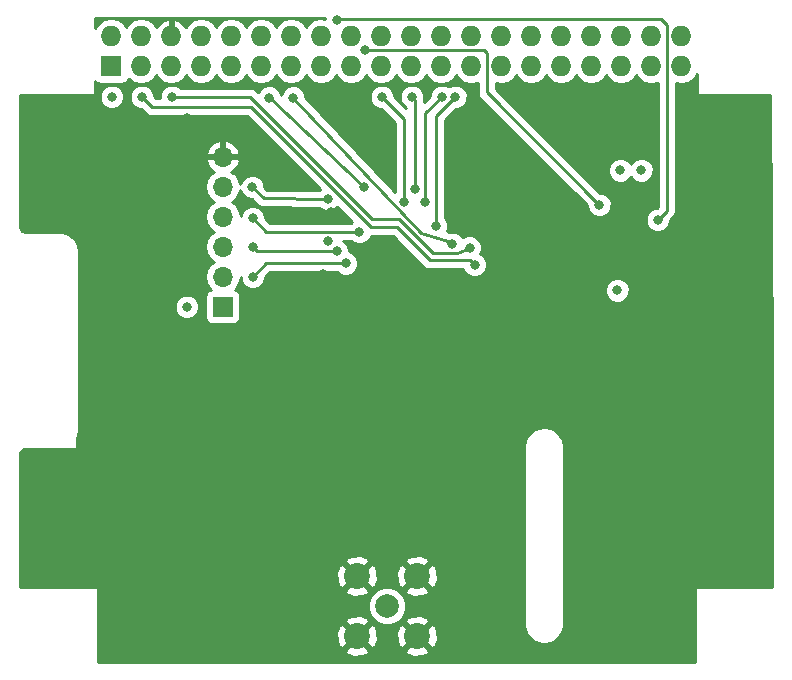
<source format=gbl>
G04 #@! TF.FileFunction,Copper,L4,Bot,Signal*
%FSLAX46Y46*%
G04 Gerber Fmt 4.6, Leading zero omitted, Abs format (unit mm)*
G04 Created by KiCad (PCBNEW 4.0.7) date Sat Mar 24 05:53:16 2018*
%MOMM*%
%LPD*%
G01*
G04 APERTURE LIST*
%ADD10C,0.100000*%
%ADD11R,1.727200X1.727200*%
%ADD12O,1.727200X1.727200*%
%ADD13C,2.200000*%
%ADD14C,2.000000*%
%ADD15R,1.700000X1.700000*%
%ADD16O,1.700000X1.700000*%
%ADD17C,0.800000*%
%ADD18C,0.250000*%
%ADD19C,0.254000*%
G04 APERTURE END LIST*
D10*
D11*
X52270000Y-43370000D03*
D12*
X52270000Y-40830000D03*
X54810000Y-43370000D03*
X54810000Y-40830000D03*
X57350000Y-43370000D03*
X57350000Y-40830000D03*
X59890000Y-43370000D03*
X59890000Y-40830000D03*
X62430000Y-43370000D03*
X62430000Y-40830000D03*
X64970000Y-43370000D03*
X64970000Y-40830000D03*
X67510000Y-43370000D03*
X67510000Y-40830000D03*
X70050000Y-43370000D03*
X70050000Y-40830000D03*
X72590000Y-43370000D03*
X72590000Y-40830000D03*
X75130000Y-43370000D03*
X75130000Y-40830000D03*
X77670000Y-43370000D03*
X77670000Y-40830000D03*
X80210000Y-43370000D03*
X80210000Y-40830000D03*
X82750000Y-43370000D03*
X82750000Y-40830000D03*
X85290000Y-43370000D03*
X85290000Y-40830000D03*
X87830000Y-43370000D03*
X87830000Y-40830000D03*
X90370000Y-43370000D03*
X90370000Y-40830000D03*
X92910000Y-43370000D03*
X92910000Y-40830000D03*
X95450000Y-43370000D03*
X95450000Y-40830000D03*
X97990000Y-43370000D03*
X97990000Y-40830000D03*
X100530000Y-43370000D03*
X100530000Y-40830000D03*
D13*
X73088500Y-86550500D03*
X78168500Y-86550500D03*
X78168500Y-91630500D03*
X73088500Y-91630500D03*
D14*
X75628500Y-89090500D03*
D15*
X61722000Y-63754000D03*
D16*
X61722000Y-61214000D03*
X61722000Y-58674000D03*
X61722000Y-56134000D03*
X61722000Y-53594000D03*
X61722000Y-51054000D03*
D17*
X78613000Y-64960500D03*
X79375000Y-65087500D03*
X80010000Y-66675000D03*
X80010000Y-65786000D03*
X77787500Y-63754000D03*
X77787500Y-64960500D03*
X59055000Y-51054000D03*
X82804000Y-63881000D03*
X72771000Y-79502000D03*
X72898000Y-82486500D03*
X74231500Y-82105500D03*
X74231500Y-80772000D03*
X73152000Y-80708500D03*
X72771000Y-73787000D03*
X73088500Y-78422500D03*
X74104500Y-77597000D03*
X74104500Y-76454000D03*
X74866500Y-75692000D03*
X74295000Y-74930000D03*
X73215500Y-74866500D03*
X72644000Y-66675000D03*
X72961500Y-72771000D03*
X74104500Y-72263000D03*
X74104500Y-71120000D03*
X74358500Y-70040500D03*
X74358500Y-69024500D03*
X74358500Y-68008500D03*
X73152000Y-67754500D03*
X75692000Y-63754000D03*
X73025000Y-65468500D03*
X74485500Y-65278000D03*
X75692000Y-64960500D03*
X80137000Y-75311000D03*
X76835000Y-83566000D03*
X78041500Y-83502500D03*
X78422500Y-82486500D03*
X78422500Y-81343500D03*
X78422500Y-80264000D03*
X77406500Y-79502000D03*
X78613000Y-78803500D03*
X78613000Y-77660500D03*
X78613000Y-76581000D03*
X79883000Y-76390500D03*
X78613000Y-67945000D03*
X79756000Y-67691000D03*
X79692500Y-72517000D03*
X78740000Y-72072500D03*
X78740000Y-70993000D03*
X78613000Y-69977000D03*
X78613000Y-68961000D03*
X93218000Y-56388000D03*
X72771000Y-83566000D03*
X58674000Y-47752000D03*
X55753000Y-58674000D03*
X55499000Y-62103000D03*
X70866000Y-55753000D03*
X65405000Y-63119000D03*
X70231000Y-60960000D03*
X71501000Y-64897000D03*
X94107000Y-61341000D03*
X96647000Y-65024000D03*
X80137000Y-73787000D03*
X81026000Y-91694000D03*
X80899000Y-86487000D03*
X70231000Y-86614000D03*
X70358000Y-91694000D03*
X95123000Y-62357000D03*
X97155000Y-52197000D03*
X95377000Y-52197000D03*
X70612000Y-58166000D03*
X58674000Y-63754000D03*
X52324000Y-45974000D03*
X83058000Y-60198000D03*
X54864000Y-45974000D03*
X57404000Y-45974000D03*
X82613500Y-58737500D03*
X73660000Y-53594000D03*
X65659000Y-46037500D03*
X67690500Y-46038900D03*
X81153000Y-58420000D03*
X98552000Y-56388000D03*
X71374000Y-39497000D03*
X73787000Y-42037000D03*
X93599000Y-55118000D03*
X77089000Y-54864000D03*
X75184000Y-45974000D03*
X77978000Y-53784500D03*
X77724000Y-45974000D03*
X78867000Y-54864000D03*
X80264000Y-45974000D03*
X79756000Y-56896000D03*
X81407000Y-45974000D03*
X64262000Y-61214000D03*
X72136000Y-60071000D03*
X64262000Y-58674000D03*
X71374000Y-59055000D03*
X73279000Y-57404000D03*
X64262000Y-56261000D03*
X64211200Y-53619400D03*
X70612000Y-54610000D03*
D18*
X64008000Y-46863000D02*
X64071500Y-46863000D01*
X55753000Y-46863000D02*
X63881000Y-46863000D01*
X54864000Y-45974000D02*
X55753000Y-46863000D01*
X63881000Y-46863000D02*
X64008000Y-46863000D01*
X82677000Y-59817000D02*
X83058000Y-60198000D01*
X79248000Y-59817000D02*
X82677000Y-59817000D01*
X76454000Y-57023000D02*
X79248000Y-59817000D01*
X74231500Y-57023000D02*
X76454000Y-57023000D01*
X64071500Y-46863000D02*
X74231500Y-57023000D01*
X64008000Y-45974000D02*
X74358500Y-56324500D01*
X57404000Y-45974000D02*
X64008000Y-45974000D01*
X81534000Y-59182000D02*
X82613500Y-58737500D01*
X79502000Y-59182000D02*
X81534000Y-59182000D01*
X76644500Y-56324500D02*
X79502000Y-59182000D01*
X74358500Y-56324500D02*
X76644500Y-56324500D01*
X65659000Y-45974000D02*
X73660000Y-53594000D01*
X65659000Y-46037500D02*
X65659000Y-45974000D01*
X81026000Y-58293000D02*
X81153000Y-58420000D01*
X78510900Y-57468900D02*
X81026000Y-58293000D01*
X67690500Y-46038900D02*
X78510900Y-57468900D01*
X99314000Y-55626000D02*
X98552000Y-56388000D01*
X99314000Y-39878000D02*
X99314000Y-55626000D01*
X98806000Y-39370000D02*
X99314000Y-39878000D01*
X71501000Y-39370000D02*
X98806000Y-39370000D01*
X71374000Y-39497000D02*
X71501000Y-39370000D01*
X73787000Y-42037000D02*
X83820000Y-42037000D01*
X83820000Y-42037000D02*
X84074000Y-42291000D01*
X84074000Y-42291000D02*
X84074000Y-45593000D01*
X84074000Y-45593000D02*
X93599000Y-55118000D01*
X77089000Y-47879000D02*
X77089000Y-54864000D01*
X75184000Y-45974000D02*
X77089000Y-47879000D01*
X77978000Y-46228000D02*
X77978000Y-53784500D01*
X77724000Y-45974000D02*
X77978000Y-46228000D01*
X78867000Y-47371000D02*
X78867000Y-54864000D01*
X80264000Y-45974000D02*
X78867000Y-47371000D01*
X79756000Y-47625000D02*
X79756000Y-56896000D01*
X81407000Y-45974000D02*
X79756000Y-47625000D01*
X64262000Y-61214000D02*
X65405000Y-60071000D01*
X65405000Y-60071000D02*
X72136000Y-60071000D01*
X64262000Y-58674000D02*
X64643000Y-59055000D01*
X64643000Y-59055000D02*
X71374000Y-59055000D01*
X65405000Y-57404000D02*
X73279000Y-57404000D01*
X64262000Y-56261000D02*
X65405000Y-57404000D01*
X65176400Y-54584600D02*
X64211200Y-53619400D01*
X70612000Y-54610000D02*
X65176400Y-54584600D01*
D19*
G36*
X101854000Y-45720000D02*
X101864006Y-45769410D01*
X101892447Y-45811035D01*
X101934841Y-45838315D01*
X101981000Y-45847000D01*
X108077767Y-45847000D01*
X108215000Y-68490410D01*
X108215000Y-87503000D01*
X101854000Y-87503000D01*
X101804590Y-87513006D01*
X101762965Y-87541447D01*
X101735685Y-87583841D01*
X101727000Y-87630000D01*
X101727000Y-93853000D01*
X51181000Y-93853000D01*
X51181000Y-92855368D01*
X72043237Y-92855368D01*
X72154141Y-93132599D01*
X72800093Y-93375823D01*
X73489953Y-93353336D01*
X74022859Y-93132599D01*
X74133763Y-92855368D01*
X77123237Y-92855368D01*
X77234141Y-93132599D01*
X77880093Y-93375823D01*
X78569953Y-93353336D01*
X79102859Y-93132599D01*
X79213763Y-92855368D01*
X78168500Y-91810105D01*
X77123237Y-92855368D01*
X74133763Y-92855368D01*
X73088500Y-91810105D01*
X72043237Y-92855368D01*
X51181000Y-92855368D01*
X51181000Y-91342093D01*
X71343177Y-91342093D01*
X71365664Y-92031953D01*
X71586401Y-92564859D01*
X71863632Y-92675763D01*
X72908895Y-91630500D01*
X73268105Y-91630500D01*
X74313368Y-92675763D01*
X74590599Y-92564859D01*
X74833823Y-91918907D01*
X74815021Y-91342093D01*
X76423177Y-91342093D01*
X76445664Y-92031953D01*
X76666401Y-92564859D01*
X76943632Y-92675763D01*
X77988895Y-91630500D01*
X78348105Y-91630500D01*
X79393368Y-92675763D01*
X79670599Y-92564859D01*
X79913823Y-91918907D01*
X79891336Y-91229047D01*
X79670599Y-90696141D01*
X79393368Y-90585237D01*
X78348105Y-91630500D01*
X77988895Y-91630500D01*
X76943632Y-90585237D01*
X76666401Y-90696141D01*
X76423177Y-91342093D01*
X74815021Y-91342093D01*
X74811336Y-91229047D01*
X74590599Y-90696141D01*
X74313368Y-90585237D01*
X73268105Y-91630500D01*
X72908895Y-91630500D01*
X71863632Y-90585237D01*
X71586401Y-90696141D01*
X71343177Y-91342093D01*
X51181000Y-91342093D01*
X51181000Y-90405632D01*
X72043237Y-90405632D01*
X73088500Y-91450895D01*
X74133763Y-90405632D01*
X74022859Y-90128401D01*
X73376907Y-89885177D01*
X72687047Y-89907664D01*
X72154141Y-90128401D01*
X72043237Y-90405632D01*
X51181000Y-90405632D01*
X51181000Y-89414295D01*
X73993216Y-89414295D01*
X74241606Y-90015443D01*
X74701137Y-90475778D01*
X75301852Y-90725216D01*
X75952295Y-90725784D01*
X76553443Y-90477394D01*
X76625330Y-90405632D01*
X77123237Y-90405632D01*
X78168500Y-91450895D01*
X79213763Y-90405632D01*
X79102859Y-90128401D01*
X78456907Y-89885177D01*
X77767047Y-89907664D01*
X77234141Y-90128401D01*
X77123237Y-90405632D01*
X76625330Y-90405632D01*
X77013778Y-90017863D01*
X77263216Y-89417148D01*
X77263784Y-88766705D01*
X77015394Y-88165557D01*
X76625887Y-87775368D01*
X77123237Y-87775368D01*
X77234141Y-88052599D01*
X77880093Y-88295823D01*
X78569953Y-88273336D01*
X79102859Y-88052599D01*
X79213763Y-87775368D01*
X78168500Y-86730105D01*
X77123237Y-87775368D01*
X76625887Y-87775368D01*
X76555863Y-87705222D01*
X75955148Y-87455784D01*
X75304705Y-87455216D01*
X74703557Y-87703606D01*
X74243222Y-88163137D01*
X73993784Y-88763852D01*
X73993216Y-89414295D01*
X51181000Y-89414295D01*
X51181000Y-87775368D01*
X72043237Y-87775368D01*
X72154141Y-88052599D01*
X72800093Y-88295823D01*
X73489953Y-88273336D01*
X74022859Y-88052599D01*
X74133763Y-87775368D01*
X73088500Y-86730105D01*
X72043237Y-87775368D01*
X51181000Y-87775368D01*
X51181000Y-87630000D01*
X51170994Y-87580590D01*
X51142553Y-87538965D01*
X51100159Y-87511685D01*
X51054000Y-87503000D01*
X44585000Y-87503000D01*
X44585000Y-86262093D01*
X71343177Y-86262093D01*
X71365664Y-86951953D01*
X71586401Y-87484859D01*
X71863632Y-87595763D01*
X72908895Y-86550500D01*
X73268105Y-86550500D01*
X74313368Y-87595763D01*
X74590599Y-87484859D01*
X74833823Y-86838907D01*
X74815021Y-86262093D01*
X76423177Y-86262093D01*
X76445664Y-86951953D01*
X76666401Y-87484859D01*
X76943632Y-87595763D01*
X77988895Y-86550500D01*
X78348105Y-86550500D01*
X79393368Y-87595763D01*
X79670599Y-87484859D01*
X79913823Y-86838907D01*
X79891336Y-86149047D01*
X79670599Y-85616141D01*
X79393368Y-85505237D01*
X78348105Y-86550500D01*
X77988895Y-86550500D01*
X76943632Y-85505237D01*
X76666401Y-85616141D01*
X76423177Y-86262093D01*
X74815021Y-86262093D01*
X74811336Y-86149047D01*
X74590599Y-85616141D01*
X74313368Y-85505237D01*
X73268105Y-86550500D01*
X72908895Y-86550500D01*
X71863632Y-85505237D01*
X71586401Y-85616141D01*
X71343177Y-86262093D01*
X44585000Y-86262093D01*
X44585000Y-85325632D01*
X72043237Y-85325632D01*
X73088500Y-86370895D01*
X74133763Y-85325632D01*
X77123237Y-85325632D01*
X78168500Y-86370895D01*
X79213763Y-85325632D01*
X79102859Y-85048401D01*
X78456907Y-84805177D01*
X77767047Y-84827664D01*
X77234141Y-85048401D01*
X77123237Y-85325632D01*
X74133763Y-85325632D01*
X74022859Y-85048401D01*
X73376907Y-84805177D01*
X72687047Y-84827664D01*
X72154141Y-85048401D01*
X72043237Y-85325632D01*
X44585000Y-85325632D01*
X44585000Y-76167466D01*
X44621376Y-75984591D01*
X44621625Y-75984218D01*
X44869452Y-75819000D01*
X49276000Y-75819000D01*
X49325410Y-75808994D01*
X49367035Y-75780553D01*
X49394315Y-75738159D01*
X49403000Y-75692000D01*
X49403000Y-75600000D01*
X87215000Y-75600000D01*
X87215000Y-90600000D01*
X87228162Y-90666170D01*
X87228162Y-90733636D01*
X87304282Y-91116319D01*
X87374152Y-91285000D01*
X87406563Y-91363248D01*
X87623336Y-91687672D01*
X87812328Y-91876664D01*
X88136751Y-92093437D01*
X88239032Y-92135803D01*
X88383681Y-92195718D01*
X88766364Y-92271838D01*
X89033636Y-92271838D01*
X89416319Y-92195718D01*
X89663248Y-92093437D01*
X89663249Y-92093436D01*
X89987672Y-91876664D01*
X90176664Y-91687672D01*
X90393437Y-91363249D01*
X90435803Y-91260968D01*
X90495718Y-91116319D01*
X90571838Y-90733636D01*
X90571838Y-90666170D01*
X90585000Y-90600000D01*
X90585000Y-75600000D01*
X90571838Y-75533830D01*
X90571838Y-75466364D01*
X90495718Y-75083681D01*
X90415594Y-74890243D01*
X90393437Y-74836751D01*
X90176664Y-74512328D01*
X89987672Y-74323336D01*
X89663248Y-74106563D01*
X89647403Y-74100000D01*
X89416319Y-74004282D01*
X89033636Y-73928162D01*
X88900000Y-73928162D01*
X88383681Y-74004282D01*
X88239032Y-74064197D01*
X88136751Y-74106563D01*
X87812328Y-74323336D01*
X87623336Y-74512328D01*
X87406564Y-74836751D01*
X87406563Y-74836752D01*
X87304282Y-75083681D01*
X87228162Y-75466364D01*
X87228162Y-75533830D01*
X87215000Y-75600000D01*
X49403000Y-75600000D01*
X49403000Y-74840161D01*
X49447123Y-74733637D01*
X49495718Y-74616319D01*
X49571838Y-74233636D01*
X49571838Y-74166170D01*
X49585000Y-74100000D01*
X49585000Y-63958971D01*
X57638821Y-63958971D01*
X57796058Y-64339515D01*
X58086954Y-64630919D01*
X58467223Y-64788820D01*
X58878971Y-64789179D01*
X59259515Y-64631942D01*
X59550919Y-64341046D01*
X59708820Y-63960777D01*
X59709179Y-63549029D01*
X59551942Y-63168485D01*
X59261046Y-62877081D01*
X58880777Y-62719180D01*
X58469029Y-62718821D01*
X58088485Y-62876058D01*
X57797081Y-63166954D01*
X57639180Y-63547223D01*
X57638821Y-63958971D01*
X49585000Y-63958971D01*
X49585000Y-59100000D01*
X49571838Y-59033830D01*
X49571838Y-58966364D01*
X49495718Y-58583681D01*
X49407611Y-58370971D01*
X49393437Y-58336751D01*
X49176664Y-58012328D01*
X48987672Y-57823336D01*
X48663248Y-57606563D01*
X48627264Y-57591658D01*
X48603803Y-57568197D01*
X48561789Y-57540334D01*
X48514000Y-57531000D01*
X48480822Y-57531000D01*
X48416319Y-57504282D01*
X48033636Y-57428162D01*
X47966170Y-57428162D01*
X47900000Y-57415000D01*
X44967466Y-57415000D01*
X44784590Y-57378624D01*
X44686751Y-57313250D01*
X44621376Y-57215409D01*
X44585000Y-57032534D01*
X44585000Y-50697110D01*
X60280524Y-50697110D01*
X60401845Y-50927000D01*
X61595000Y-50927000D01*
X61595000Y-49733181D01*
X61849000Y-49733181D01*
X61849000Y-50927000D01*
X63042155Y-50927000D01*
X63163476Y-50697110D01*
X62993645Y-50287076D01*
X62603358Y-49858817D01*
X62078892Y-49612514D01*
X61849000Y-49733181D01*
X61595000Y-49733181D01*
X61365108Y-49612514D01*
X60840642Y-49858817D01*
X60450355Y-50287076D01*
X60280524Y-50697110D01*
X44585000Y-50697110D01*
X44585000Y-46178971D01*
X51288821Y-46178971D01*
X51446058Y-46559515D01*
X51736954Y-46850919D01*
X52117223Y-47008820D01*
X52528971Y-47009179D01*
X52909515Y-46851942D01*
X53200919Y-46561046D01*
X53358820Y-46180777D01*
X53358821Y-46178971D01*
X53828821Y-46178971D01*
X53986058Y-46559515D01*
X54276954Y-46850919D01*
X54657223Y-47008820D01*
X54824164Y-47008966D01*
X55215599Y-47400401D01*
X55462161Y-47565148D01*
X55753000Y-47623000D01*
X63756698Y-47623000D01*
X69946050Y-53812352D01*
X69911624Y-53846719D01*
X65492671Y-53826069D01*
X65246235Y-53579633D01*
X65246379Y-53414429D01*
X65089142Y-53033885D01*
X64798246Y-52742481D01*
X64417977Y-52584580D01*
X64006229Y-52584221D01*
X63625685Y-52741458D01*
X63334281Y-53032354D01*
X63192360Y-53374139D01*
X63123054Y-53025715D01*
X62801147Y-52543946D01*
X62460447Y-52316298D01*
X62603358Y-52249183D01*
X62993645Y-51820924D01*
X63163476Y-51410890D01*
X63042155Y-51181000D01*
X61849000Y-51181000D01*
X61849000Y-51201000D01*
X61595000Y-51201000D01*
X61595000Y-51181000D01*
X60401845Y-51181000D01*
X60280524Y-51410890D01*
X60450355Y-51820924D01*
X60840642Y-52249183D01*
X60983553Y-52316298D01*
X60642853Y-52543946D01*
X60320946Y-53025715D01*
X60207907Y-53594000D01*
X60320946Y-54162285D01*
X60642853Y-54644054D01*
X60972026Y-54864000D01*
X60642853Y-55083946D01*
X60320946Y-55565715D01*
X60207907Y-56134000D01*
X60320946Y-56702285D01*
X60642853Y-57184054D01*
X60972026Y-57404000D01*
X60642853Y-57623946D01*
X60320946Y-58105715D01*
X60207907Y-58674000D01*
X60320946Y-59242285D01*
X60642853Y-59724054D01*
X60972026Y-59944000D01*
X60642853Y-60163946D01*
X60320946Y-60645715D01*
X60207907Y-61214000D01*
X60320946Y-61782285D01*
X60642853Y-62264054D01*
X60684452Y-62291850D01*
X60636683Y-62300838D01*
X60420559Y-62439910D01*
X60275569Y-62652110D01*
X60224560Y-62904000D01*
X60224560Y-64604000D01*
X60268838Y-64839317D01*
X60407910Y-65055441D01*
X60620110Y-65200431D01*
X60872000Y-65251440D01*
X62572000Y-65251440D01*
X62807317Y-65207162D01*
X63023441Y-65068090D01*
X63168431Y-64855890D01*
X63219440Y-64604000D01*
X63219440Y-62904000D01*
X63175162Y-62668683D01*
X63106495Y-62561971D01*
X94087821Y-62561971D01*
X94245058Y-62942515D01*
X94535954Y-63233919D01*
X94916223Y-63391820D01*
X95327971Y-63392179D01*
X95708515Y-63234942D01*
X95999919Y-62944046D01*
X96157820Y-62563777D01*
X96158179Y-62152029D01*
X96000942Y-61771485D01*
X95710046Y-61480081D01*
X95329777Y-61322180D01*
X94918029Y-61321821D01*
X94537485Y-61479058D01*
X94246081Y-61769954D01*
X94088180Y-62150223D01*
X94087821Y-62561971D01*
X63106495Y-62561971D01*
X63036090Y-62452559D01*
X62823890Y-62307569D01*
X62756459Y-62293914D01*
X62801147Y-62264054D01*
X63123054Y-61782285D01*
X63226960Y-61259916D01*
X63226821Y-61418971D01*
X63384058Y-61799515D01*
X63674954Y-62090919D01*
X64055223Y-62248820D01*
X64466971Y-62249179D01*
X64847515Y-62091942D01*
X65138919Y-61801046D01*
X65296820Y-61420777D01*
X65296966Y-61253836D01*
X65719802Y-60831000D01*
X71432239Y-60831000D01*
X71548954Y-60947919D01*
X71929223Y-61105820D01*
X72340971Y-61106179D01*
X72721515Y-60948942D01*
X73012919Y-60658046D01*
X73170820Y-60277777D01*
X73171179Y-59866029D01*
X73013942Y-59485485D01*
X72723046Y-59194081D01*
X72408993Y-59063675D01*
X72409179Y-58850029D01*
X72251942Y-58469485D01*
X71961046Y-58178081D01*
X71927135Y-58164000D01*
X72575239Y-58164000D01*
X72691954Y-58280919D01*
X73072223Y-58438820D01*
X73483971Y-58439179D01*
X73864515Y-58281942D01*
X74155919Y-57991046D01*
X74242307Y-57783000D01*
X76139198Y-57783000D01*
X78710599Y-60354401D01*
X78957161Y-60519148D01*
X79248000Y-60577000D01*
X82094728Y-60577000D01*
X82180058Y-60783515D01*
X82470954Y-61074919D01*
X82851223Y-61232820D01*
X83262971Y-61233179D01*
X83643515Y-61075942D01*
X83934919Y-60785046D01*
X84092820Y-60404777D01*
X84093179Y-59993029D01*
X83935942Y-59612485D01*
X83645046Y-59321081D01*
X83514386Y-59266826D01*
X83648320Y-58944277D01*
X83648679Y-58532529D01*
X83491442Y-58151985D01*
X83200546Y-57860581D01*
X82820277Y-57702680D01*
X82408529Y-57702321D01*
X82039360Y-57854858D01*
X82030942Y-57834485D01*
X81740046Y-57543081D01*
X81359777Y-57385180D01*
X80948029Y-57384821D01*
X80836167Y-57431041D01*
X80676268Y-57378649D01*
X80790820Y-57102777D01*
X80791179Y-56691029D01*
X80633942Y-56310485D01*
X80516000Y-56192337D01*
X80516000Y-47939802D01*
X81446767Y-47009035D01*
X81611971Y-47009179D01*
X81992515Y-46851942D01*
X82283919Y-46561046D01*
X82441820Y-46180777D01*
X82442179Y-45769029D01*
X82284942Y-45388485D01*
X81994046Y-45097081D01*
X81613777Y-44939180D01*
X81202029Y-44938821D01*
X80835067Y-45090446D01*
X80470777Y-44939180D01*
X80059029Y-44938821D01*
X79678485Y-45096058D01*
X79387081Y-45386954D01*
X79229180Y-45767223D01*
X79229034Y-45934164D01*
X78738000Y-46425198D01*
X78738000Y-46230917D01*
X78758820Y-46180777D01*
X78759179Y-45769029D01*
X78601942Y-45388485D01*
X78311046Y-45097081D01*
X77930777Y-44939180D01*
X77519029Y-44938821D01*
X77138485Y-45096058D01*
X76847081Y-45386954D01*
X76689180Y-45767223D01*
X76688821Y-46178971D01*
X76846058Y-46559515D01*
X77136954Y-46850919D01*
X77218000Y-46884572D01*
X77218000Y-46933198D01*
X76219035Y-45934233D01*
X76219179Y-45769029D01*
X76061942Y-45388485D01*
X75771046Y-45097081D01*
X75390777Y-44939180D01*
X74979029Y-44938821D01*
X74598485Y-45096058D01*
X74307081Y-45386954D01*
X74149180Y-45767223D01*
X74148821Y-46178971D01*
X74306058Y-46559515D01*
X74596954Y-46850919D01*
X74977223Y-47008820D01*
X75144164Y-47008966D01*
X76329000Y-48193802D01*
X76329000Y-54058583D01*
X68725511Y-46026728D01*
X68725679Y-45833929D01*
X68568442Y-45453385D01*
X68277546Y-45161981D01*
X67897277Y-45004080D01*
X67485529Y-45003721D01*
X67104985Y-45160958D01*
X66813581Y-45451854D01*
X66674893Y-45785853D01*
X66536942Y-45451985D01*
X66246046Y-45160581D01*
X65865777Y-45002680D01*
X65454029Y-45002321D01*
X65073485Y-45159558D01*
X64782081Y-45450454D01*
X64716703Y-45607901D01*
X64545401Y-45436599D01*
X64298839Y-45271852D01*
X64008000Y-45214000D01*
X58107761Y-45214000D01*
X57991046Y-45097081D01*
X57610777Y-44939180D01*
X57199029Y-44938821D01*
X56818485Y-45096058D01*
X56527081Y-45386954D01*
X56369180Y-45767223D01*
X56368887Y-46103000D01*
X56067802Y-46103000D01*
X55899035Y-45934233D01*
X55899179Y-45769029D01*
X55741942Y-45388485D01*
X55451046Y-45097081D01*
X55070777Y-44939180D01*
X54659029Y-44938821D01*
X54278485Y-45096058D01*
X53987081Y-45386954D01*
X53829180Y-45767223D01*
X53828821Y-46178971D01*
X53358821Y-46178971D01*
X53359179Y-45769029D01*
X53201942Y-45388485D01*
X52911046Y-45097081D01*
X52530777Y-44939180D01*
X52119029Y-44938821D01*
X51738485Y-45096058D01*
X51447081Y-45386954D01*
X51289180Y-45767223D01*
X51288821Y-46178971D01*
X44585000Y-46178971D01*
X44585000Y-45847000D01*
X50800000Y-45847000D01*
X50849410Y-45836994D01*
X50891035Y-45808553D01*
X50918315Y-45766159D01*
X50927000Y-45720000D01*
X50927000Y-44661249D01*
X50942310Y-44685041D01*
X51154510Y-44830031D01*
X51406400Y-44881040D01*
X53133600Y-44881040D01*
X53368917Y-44836762D01*
X53585041Y-44697690D01*
X53730031Y-44485490D01*
X53738864Y-44441869D01*
X53750330Y-44459029D01*
X54236511Y-44783885D01*
X54810000Y-44897959D01*
X55383489Y-44783885D01*
X55869670Y-44459029D01*
X56080000Y-44144248D01*
X56290330Y-44459029D01*
X56776511Y-44783885D01*
X57350000Y-44897959D01*
X57923489Y-44783885D01*
X58409670Y-44459029D01*
X58620000Y-44144248D01*
X58830330Y-44459029D01*
X59316511Y-44783885D01*
X59890000Y-44897959D01*
X60463489Y-44783885D01*
X60949670Y-44459029D01*
X61160000Y-44144248D01*
X61370330Y-44459029D01*
X61856511Y-44783885D01*
X62430000Y-44897959D01*
X63003489Y-44783885D01*
X63489670Y-44459029D01*
X63700000Y-44144248D01*
X63910330Y-44459029D01*
X64396511Y-44783885D01*
X64970000Y-44897959D01*
X65543489Y-44783885D01*
X66029670Y-44459029D01*
X66240000Y-44144248D01*
X66450330Y-44459029D01*
X66936511Y-44783885D01*
X67510000Y-44897959D01*
X68083489Y-44783885D01*
X68569670Y-44459029D01*
X68780000Y-44144248D01*
X68990330Y-44459029D01*
X69476511Y-44783885D01*
X70050000Y-44897959D01*
X70623489Y-44783885D01*
X71109670Y-44459029D01*
X71320000Y-44144248D01*
X71530330Y-44459029D01*
X72016511Y-44783885D01*
X72590000Y-44897959D01*
X73163489Y-44783885D01*
X73649670Y-44459029D01*
X73860000Y-44144248D01*
X74070330Y-44459029D01*
X74556511Y-44783885D01*
X75130000Y-44897959D01*
X75703489Y-44783885D01*
X76189670Y-44459029D01*
X76400000Y-44144248D01*
X76610330Y-44459029D01*
X77096511Y-44783885D01*
X77670000Y-44897959D01*
X78243489Y-44783885D01*
X78729670Y-44459029D01*
X78940000Y-44144248D01*
X79150330Y-44459029D01*
X79636511Y-44783885D01*
X80210000Y-44897959D01*
X80783489Y-44783885D01*
X81269670Y-44459029D01*
X81480000Y-44144248D01*
X81690330Y-44459029D01*
X82176511Y-44783885D01*
X82750000Y-44897959D01*
X83314000Y-44785772D01*
X83314000Y-45593000D01*
X83371852Y-45883839D01*
X83536599Y-46130401D01*
X92563965Y-55157767D01*
X92563821Y-55322971D01*
X92721058Y-55703515D01*
X93011954Y-55994919D01*
X93392223Y-56152820D01*
X93803971Y-56153179D01*
X94184515Y-55995942D01*
X94475919Y-55705046D01*
X94633820Y-55324777D01*
X94634179Y-54913029D01*
X94476942Y-54532485D01*
X94186046Y-54241081D01*
X93805777Y-54083180D01*
X93638836Y-54083034D01*
X91957773Y-52401971D01*
X94341821Y-52401971D01*
X94499058Y-52782515D01*
X94789954Y-53073919D01*
X95170223Y-53231820D01*
X95581971Y-53232179D01*
X95962515Y-53074942D01*
X96253919Y-52784046D01*
X96265834Y-52755351D01*
X96277058Y-52782515D01*
X96567954Y-53073919D01*
X96948223Y-53231820D01*
X97359971Y-53232179D01*
X97740515Y-53074942D01*
X98031919Y-52784046D01*
X98189820Y-52403777D01*
X98190179Y-51992029D01*
X98032942Y-51611485D01*
X97742046Y-51320081D01*
X97361777Y-51162180D01*
X96950029Y-51161821D01*
X96569485Y-51319058D01*
X96278081Y-51609954D01*
X96266166Y-51638649D01*
X96254942Y-51611485D01*
X95964046Y-51320081D01*
X95583777Y-51162180D01*
X95172029Y-51161821D01*
X94791485Y-51319058D01*
X94500081Y-51609954D01*
X94342180Y-51990223D01*
X94341821Y-52401971D01*
X91957773Y-52401971D01*
X84834000Y-45278198D01*
X84834000Y-44807255D01*
X85290000Y-44897959D01*
X85863489Y-44783885D01*
X86349670Y-44459029D01*
X86560000Y-44144248D01*
X86770330Y-44459029D01*
X87256511Y-44783885D01*
X87830000Y-44897959D01*
X88403489Y-44783885D01*
X88889670Y-44459029D01*
X89100000Y-44144248D01*
X89310330Y-44459029D01*
X89796511Y-44783885D01*
X90370000Y-44897959D01*
X90943489Y-44783885D01*
X91429670Y-44459029D01*
X91640000Y-44144248D01*
X91850330Y-44459029D01*
X92336511Y-44783885D01*
X92910000Y-44897959D01*
X93483489Y-44783885D01*
X93969670Y-44459029D01*
X94180000Y-44144248D01*
X94390330Y-44459029D01*
X94876511Y-44783885D01*
X95450000Y-44897959D01*
X96023489Y-44783885D01*
X96509670Y-44459029D01*
X96720000Y-44144248D01*
X96930330Y-44459029D01*
X97416511Y-44783885D01*
X97990000Y-44897959D01*
X98554000Y-44785772D01*
X98554000Y-55311198D01*
X98512233Y-55352965D01*
X98347029Y-55352821D01*
X97966485Y-55510058D01*
X97675081Y-55800954D01*
X97517180Y-56181223D01*
X97516821Y-56592971D01*
X97674058Y-56973515D01*
X97964954Y-57264919D01*
X98345223Y-57422820D01*
X98756971Y-57423179D01*
X99137515Y-57265942D01*
X99428919Y-56975046D01*
X99586820Y-56594777D01*
X99586966Y-56427836D01*
X99851401Y-56163401D01*
X100016148Y-55916839D01*
X100074000Y-55626000D01*
X100074000Y-44807255D01*
X100530000Y-44897959D01*
X101103489Y-44783885D01*
X101589670Y-44459029D01*
X101854000Y-44063431D01*
X101854000Y-45720000D01*
X101854000Y-45720000D01*
G37*
X101854000Y-45720000D02*
X101864006Y-45769410D01*
X101892447Y-45811035D01*
X101934841Y-45838315D01*
X101981000Y-45847000D01*
X108077767Y-45847000D01*
X108215000Y-68490410D01*
X108215000Y-87503000D01*
X101854000Y-87503000D01*
X101804590Y-87513006D01*
X101762965Y-87541447D01*
X101735685Y-87583841D01*
X101727000Y-87630000D01*
X101727000Y-93853000D01*
X51181000Y-93853000D01*
X51181000Y-92855368D01*
X72043237Y-92855368D01*
X72154141Y-93132599D01*
X72800093Y-93375823D01*
X73489953Y-93353336D01*
X74022859Y-93132599D01*
X74133763Y-92855368D01*
X77123237Y-92855368D01*
X77234141Y-93132599D01*
X77880093Y-93375823D01*
X78569953Y-93353336D01*
X79102859Y-93132599D01*
X79213763Y-92855368D01*
X78168500Y-91810105D01*
X77123237Y-92855368D01*
X74133763Y-92855368D01*
X73088500Y-91810105D01*
X72043237Y-92855368D01*
X51181000Y-92855368D01*
X51181000Y-91342093D01*
X71343177Y-91342093D01*
X71365664Y-92031953D01*
X71586401Y-92564859D01*
X71863632Y-92675763D01*
X72908895Y-91630500D01*
X73268105Y-91630500D01*
X74313368Y-92675763D01*
X74590599Y-92564859D01*
X74833823Y-91918907D01*
X74815021Y-91342093D01*
X76423177Y-91342093D01*
X76445664Y-92031953D01*
X76666401Y-92564859D01*
X76943632Y-92675763D01*
X77988895Y-91630500D01*
X78348105Y-91630500D01*
X79393368Y-92675763D01*
X79670599Y-92564859D01*
X79913823Y-91918907D01*
X79891336Y-91229047D01*
X79670599Y-90696141D01*
X79393368Y-90585237D01*
X78348105Y-91630500D01*
X77988895Y-91630500D01*
X76943632Y-90585237D01*
X76666401Y-90696141D01*
X76423177Y-91342093D01*
X74815021Y-91342093D01*
X74811336Y-91229047D01*
X74590599Y-90696141D01*
X74313368Y-90585237D01*
X73268105Y-91630500D01*
X72908895Y-91630500D01*
X71863632Y-90585237D01*
X71586401Y-90696141D01*
X71343177Y-91342093D01*
X51181000Y-91342093D01*
X51181000Y-90405632D01*
X72043237Y-90405632D01*
X73088500Y-91450895D01*
X74133763Y-90405632D01*
X74022859Y-90128401D01*
X73376907Y-89885177D01*
X72687047Y-89907664D01*
X72154141Y-90128401D01*
X72043237Y-90405632D01*
X51181000Y-90405632D01*
X51181000Y-89414295D01*
X73993216Y-89414295D01*
X74241606Y-90015443D01*
X74701137Y-90475778D01*
X75301852Y-90725216D01*
X75952295Y-90725784D01*
X76553443Y-90477394D01*
X76625330Y-90405632D01*
X77123237Y-90405632D01*
X78168500Y-91450895D01*
X79213763Y-90405632D01*
X79102859Y-90128401D01*
X78456907Y-89885177D01*
X77767047Y-89907664D01*
X77234141Y-90128401D01*
X77123237Y-90405632D01*
X76625330Y-90405632D01*
X77013778Y-90017863D01*
X77263216Y-89417148D01*
X77263784Y-88766705D01*
X77015394Y-88165557D01*
X76625887Y-87775368D01*
X77123237Y-87775368D01*
X77234141Y-88052599D01*
X77880093Y-88295823D01*
X78569953Y-88273336D01*
X79102859Y-88052599D01*
X79213763Y-87775368D01*
X78168500Y-86730105D01*
X77123237Y-87775368D01*
X76625887Y-87775368D01*
X76555863Y-87705222D01*
X75955148Y-87455784D01*
X75304705Y-87455216D01*
X74703557Y-87703606D01*
X74243222Y-88163137D01*
X73993784Y-88763852D01*
X73993216Y-89414295D01*
X51181000Y-89414295D01*
X51181000Y-87775368D01*
X72043237Y-87775368D01*
X72154141Y-88052599D01*
X72800093Y-88295823D01*
X73489953Y-88273336D01*
X74022859Y-88052599D01*
X74133763Y-87775368D01*
X73088500Y-86730105D01*
X72043237Y-87775368D01*
X51181000Y-87775368D01*
X51181000Y-87630000D01*
X51170994Y-87580590D01*
X51142553Y-87538965D01*
X51100159Y-87511685D01*
X51054000Y-87503000D01*
X44585000Y-87503000D01*
X44585000Y-86262093D01*
X71343177Y-86262093D01*
X71365664Y-86951953D01*
X71586401Y-87484859D01*
X71863632Y-87595763D01*
X72908895Y-86550500D01*
X73268105Y-86550500D01*
X74313368Y-87595763D01*
X74590599Y-87484859D01*
X74833823Y-86838907D01*
X74815021Y-86262093D01*
X76423177Y-86262093D01*
X76445664Y-86951953D01*
X76666401Y-87484859D01*
X76943632Y-87595763D01*
X77988895Y-86550500D01*
X78348105Y-86550500D01*
X79393368Y-87595763D01*
X79670599Y-87484859D01*
X79913823Y-86838907D01*
X79891336Y-86149047D01*
X79670599Y-85616141D01*
X79393368Y-85505237D01*
X78348105Y-86550500D01*
X77988895Y-86550500D01*
X76943632Y-85505237D01*
X76666401Y-85616141D01*
X76423177Y-86262093D01*
X74815021Y-86262093D01*
X74811336Y-86149047D01*
X74590599Y-85616141D01*
X74313368Y-85505237D01*
X73268105Y-86550500D01*
X72908895Y-86550500D01*
X71863632Y-85505237D01*
X71586401Y-85616141D01*
X71343177Y-86262093D01*
X44585000Y-86262093D01*
X44585000Y-85325632D01*
X72043237Y-85325632D01*
X73088500Y-86370895D01*
X74133763Y-85325632D01*
X77123237Y-85325632D01*
X78168500Y-86370895D01*
X79213763Y-85325632D01*
X79102859Y-85048401D01*
X78456907Y-84805177D01*
X77767047Y-84827664D01*
X77234141Y-85048401D01*
X77123237Y-85325632D01*
X74133763Y-85325632D01*
X74022859Y-85048401D01*
X73376907Y-84805177D01*
X72687047Y-84827664D01*
X72154141Y-85048401D01*
X72043237Y-85325632D01*
X44585000Y-85325632D01*
X44585000Y-76167466D01*
X44621376Y-75984591D01*
X44621625Y-75984218D01*
X44869452Y-75819000D01*
X49276000Y-75819000D01*
X49325410Y-75808994D01*
X49367035Y-75780553D01*
X49394315Y-75738159D01*
X49403000Y-75692000D01*
X49403000Y-75600000D01*
X87215000Y-75600000D01*
X87215000Y-90600000D01*
X87228162Y-90666170D01*
X87228162Y-90733636D01*
X87304282Y-91116319D01*
X87374152Y-91285000D01*
X87406563Y-91363248D01*
X87623336Y-91687672D01*
X87812328Y-91876664D01*
X88136751Y-92093437D01*
X88239032Y-92135803D01*
X88383681Y-92195718D01*
X88766364Y-92271838D01*
X89033636Y-92271838D01*
X89416319Y-92195718D01*
X89663248Y-92093437D01*
X89663249Y-92093436D01*
X89987672Y-91876664D01*
X90176664Y-91687672D01*
X90393437Y-91363249D01*
X90435803Y-91260968D01*
X90495718Y-91116319D01*
X90571838Y-90733636D01*
X90571838Y-90666170D01*
X90585000Y-90600000D01*
X90585000Y-75600000D01*
X90571838Y-75533830D01*
X90571838Y-75466364D01*
X90495718Y-75083681D01*
X90415594Y-74890243D01*
X90393437Y-74836751D01*
X90176664Y-74512328D01*
X89987672Y-74323336D01*
X89663248Y-74106563D01*
X89647403Y-74100000D01*
X89416319Y-74004282D01*
X89033636Y-73928162D01*
X88900000Y-73928162D01*
X88383681Y-74004282D01*
X88239032Y-74064197D01*
X88136751Y-74106563D01*
X87812328Y-74323336D01*
X87623336Y-74512328D01*
X87406564Y-74836751D01*
X87406563Y-74836752D01*
X87304282Y-75083681D01*
X87228162Y-75466364D01*
X87228162Y-75533830D01*
X87215000Y-75600000D01*
X49403000Y-75600000D01*
X49403000Y-74840161D01*
X49447123Y-74733637D01*
X49495718Y-74616319D01*
X49571838Y-74233636D01*
X49571838Y-74166170D01*
X49585000Y-74100000D01*
X49585000Y-63958971D01*
X57638821Y-63958971D01*
X57796058Y-64339515D01*
X58086954Y-64630919D01*
X58467223Y-64788820D01*
X58878971Y-64789179D01*
X59259515Y-64631942D01*
X59550919Y-64341046D01*
X59708820Y-63960777D01*
X59709179Y-63549029D01*
X59551942Y-63168485D01*
X59261046Y-62877081D01*
X58880777Y-62719180D01*
X58469029Y-62718821D01*
X58088485Y-62876058D01*
X57797081Y-63166954D01*
X57639180Y-63547223D01*
X57638821Y-63958971D01*
X49585000Y-63958971D01*
X49585000Y-59100000D01*
X49571838Y-59033830D01*
X49571838Y-58966364D01*
X49495718Y-58583681D01*
X49407611Y-58370971D01*
X49393437Y-58336751D01*
X49176664Y-58012328D01*
X48987672Y-57823336D01*
X48663248Y-57606563D01*
X48627264Y-57591658D01*
X48603803Y-57568197D01*
X48561789Y-57540334D01*
X48514000Y-57531000D01*
X48480822Y-57531000D01*
X48416319Y-57504282D01*
X48033636Y-57428162D01*
X47966170Y-57428162D01*
X47900000Y-57415000D01*
X44967466Y-57415000D01*
X44784590Y-57378624D01*
X44686751Y-57313250D01*
X44621376Y-57215409D01*
X44585000Y-57032534D01*
X44585000Y-50697110D01*
X60280524Y-50697110D01*
X60401845Y-50927000D01*
X61595000Y-50927000D01*
X61595000Y-49733181D01*
X61849000Y-49733181D01*
X61849000Y-50927000D01*
X63042155Y-50927000D01*
X63163476Y-50697110D01*
X62993645Y-50287076D01*
X62603358Y-49858817D01*
X62078892Y-49612514D01*
X61849000Y-49733181D01*
X61595000Y-49733181D01*
X61365108Y-49612514D01*
X60840642Y-49858817D01*
X60450355Y-50287076D01*
X60280524Y-50697110D01*
X44585000Y-50697110D01*
X44585000Y-46178971D01*
X51288821Y-46178971D01*
X51446058Y-46559515D01*
X51736954Y-46850919D01*
X52117223Y-47008820D01*
X52528971Y-47009179D01*
X52909515Y-46851942D01*
X53200919Y-46561046D01*
X53358820Y-46180777D01*
X53358821Y-46178971D01*
X53828821Y-46178971D01*
X53986058Y-46559515D01*
X54276954Y-46850919D01*
X54657223Y-47008820D01*
X54824164Y-47008966D01*
X55215599Y-47400401D01*
X55462161Y-47565148D01*
X55753000Y-47623000D01*
X63756698Y-47623000D01*
X69946050Y-53812352D01*
X69911624Y-53846719D01*
X65492671Y-53826069D01*
X65246235Y-53579633D01*
X65246379Y-53414429D01*
X65089142Y-53033885D01*
X64798246Y-52742481D01*
X64417977Y-52584580D01*
X64006229Y-52584221D01*
X63625685Y-52741458D01*
X63334281Y-53032354D01*
X63192360Y-53374139D01*
X63123054Y-53025715D01*
X62801147Y-52543946D01*
X62460447Y-52316298D01*
X62603358Y-52249183D01*
X62993645Y-51820924D01*
X63163476Y-51410890D01*
X63042155Y-51181000D01*
X61849000Y-51181000D01*
X61849000Y-51201000D01*
X61595000Y-51201000D01*
X61595000Y-51181000D01*
X60401845Y-51181000D01*
X60280524Y-51410890D01*
X60450355Y-51820924D01*
X60840642Y-52249183D01*
X60983553Y-52316298D01*
X60642853Y-52543946D01*
X60320946Y-53025715D01*
X60207907Y-53594000D01*
X60320946Y-54162285D01*
X60642853Y-54644054D01*
X60972026Y-54864000D01*
X60642853Y-55083946D01*
X60320946Y-55565715D01*
X60207907Y-56134000D01*
X60320946Y-56702285D01*
X60642853Y-57184054D01*
X60972026Y-57404000D01*
X60642853Y-57623946D01*
X60320946Y-58105715D01*
X60207907Y-58674000D01*
X60320946Y-59242285D01*
X60642853Y-59724054D01*
X60972026Y-59944000D01*
X60642853Y-60163946D01*
X60320946Y-60645715D01*
X60207907Y-61214000D01*
X60320946Y-61782285D01*
X60642853Y-62264054D01*
X60684452Y-62291850D01*
X60636683Y-62300838D01*
X60420559Y-62439910D01*
X60275569Y-62652110D01*
X60224560Y-62904000D01*
X60224560Y-64604000D01*
X60268838Y-64839317D01*
X60407910Y-65055441D01*
X60620110Y-65200431D01*
X60872000Y-65251440D01*
X62572000Y-65251440D01*
X62807317Y-65207162D01*
X63023441Y-65068090D01*
X63168431Y-64855890D01*
X63219440Y-64604000D01*
X63219440Y-62904000D01*
X63175162Y-62668683D01*
X63106495Y-62561971D01*
X94087821Y-62561971D01*
X94245058Y-62942515D01*
X94535954Y-63233919D01*
X94916223Y-63391820D01*
X95327971Y-63392179D01*
X95708515Y-63234942D01*
X95999919Y-62944046D01*
X96157820Y-62563777D01*
X96158179Y-62152029D01*
X96000942Y-61771485D01*
X95710046Y-61480081D01*
X95329777Y-61322180D01*
X94918029Y-61321821D01*
X94537485Y-61479058D01*
X94246081Y-61769954D01*
X94088180Y-62150223D01*
X94087821Y-62561971D01*
X63106495Y-62561971D01*
X63036090Y-62452559D01*
X62823890Y-62307569D01*
X62756459Y-62293914D01*
X62801147Y-62264054D01*
X63123054Y-61782285D01*
X63226960Y-61259916D01*
X63226821Y-61418971D01*
X63384058Y-61799515D01*
X63674954Y-62090919D01*
X64055223Y-62248820D01*
X64466971Y-62249179D01*
X64847515Y-62091942D01*
X65138919Y-61801046D01*
X65296820Y-61420777D01*
X65296966Y-61253836D01*
X65719802Y-60831000D01*
X71432239Y-60831000D01*
X71548954Y-60947919D01*
X71929223Y-61105820D01*
X72340971Y-61106179D01*
X72721515Y-60948942D01*
X73012919Y-60658046D01*
X73170820Y-60277777D01*
X73171179Y-59866029D01*
X73013942Y-59485485D01*
X72723046Y-59194081D01*
X72408993Y-59063675D01*
X72409179Y-58850029D01*
X72251942Y-58469485D01*
X71961046Y-58178081D01*
X71927135Y-58164000D01*
X72575239Y-58164000D01*
X72691954Y-58280919D01*
X73072223Y-58438820D01*
X73483971Y-58439179D01*
X73864515Y-58281942D01*
X74155919Y-57991046D01*
X74242307Y-57783000D01*
X76139198Y-57783000D01*
X78710599Y-60354401D01*
X78957161Y-60519148D01*
X79248000Y-60577000D01*
X82094728Y-60577000D01*
X82180058Y-60783515D01*
X82470954Y-61074919D01*
X82851223Y-61232820D01*
X83262971Y-61233179D01*
X83643515Y-61075942D01*
X83934919Y-60785046D01*
X84092820Y-60404777D01*
X84093179Y-59993029D01*
X83935942Y-59612485D01*
X83645046Y-59321081D01*
X83514386Y-59266826D01*
X83648320Y-58944277D01*
X83648679Y-58532529D01*
X83491442Y-58151985D01*
X83200546Y-57860581D01*
X82820277Y-57702680D01*
X82408529Y-57702321D01*
X82039360Y-57854858D01*
X82030942Y-57834485D01*
X81740046Y-57543081D01*
X81359777Y-57385180D01*
X80948029Y-57384821D01*
X80836167Y-57431041D01*
X80676268Y-57378649D01*
X80790820Y-57102777D01*
X80791179Y-56691029D01*
X80633942Y-56310485D01*
X80516000Y-56192337D01*
X80516000Y-47939802D01*
X81446767Y-47009035D01*
X81611971Y-47009179D01*
X81992515Y-46851942D01*
X82283919Y-46561046D01*
X82441820Y-46180777D01*
X82442179Y-45769029D01*
X82284942Y-45388485D01*
X81994046Y-45097081D01*
X81613777Y-44939180D01*
X81202029Y-44938821D01*
X80835067Y-45090446D01*
X80470777Y-44939180D01*
X80059029Y-44938821D01*
X79678485Y-45096058D01*
X79387081Y-45386954D01*
X79229180Y-45767223D01*
X79229034Y-45934164D01*
X78738000Y-46425198D01*
X78738000Y-46230917D01*
X78758820Y-46180777D01*
X78759179Y-45769029D01*
X78601942Y-45388485D01*
X78311046Y-45097081D01*
X77930777Y-44939180D01*
X77519029Y-44938821D01*
X77138485Y-45096058D01*
X76847081Y-45386954D01*
X76689180Y-45767223D01*
X76688821Y-46178971D01*
X76846058Y-46559515D01*
X77136954Y-46850919D01*
X77218000Y-46884572D01*
X77218000Y-46933198D01*
X76219035Y-45934233D01*
X76219179Y-45769029D01*
X76061942Y-45388485D01*
X75771046Y-45097081D01*
X75390777Y-44939180D01*
X74979029Y-44938821D01*
X74598485Y-45096058D01*
X74307081Y-45386954D01*
X74149180Y-45767223D01*
X74148821Y-46178971D01*
X74306058Y-46559515D01*
X74596954Y-46850919D01*
X74977223Y-47008820D01*
X75144164Y-47008966D01*
X76329000Y-48193802D01*
X76329000Y-54058583D01*
X68725511Y-46026728D01*
X68725679Y-45833929D01*
X68568442Y-45453385D01*
X68277546Y-45161981D01*
X67897277Y-45004080D01*
X67485529Y-45003721D01*
X67104985Y-45160958D01*
X66813581Y-45451854D01*
X66674893Y-45785853D01*
X66536942Y-45451985D01*
X66246046Y-45160581D01*
X65865777Y-45002680D01*
X65454029Y-45002321D01*
X65073485Y-45159558D01*
X64782081Y-45450454D01*
X64716703Y-45607901D01*
X64545401Y-45436599D01*
X64298839Y-45271852D01*
X64008000Y-45214000D01*
X58107761Y-45214000D01*
X57991046Y-45097081D01*
X57610777Y-44939180D01*
X57199029Y-44938821D01*
X56818485Y-45096058D01*
X56527081Y-45386954D01*
X56369180Y-45767223D01*
X56368887Y-46103000D01*
X56067802Y-46103000D01*
X55899035Y-45934233D01*
X55899179Y-45769029D01*
X55741942Y-45388485D01*
X55451046Y-45097081D01*
X55070777Y-44939180D01*
X54659029Y-44938821D01*
X54278485Y-45096058D01*
X53987081Y-45386954D01*
X53829180Y-45767223D01*
X53828821Y-46178971D01*
X53358821Y-46178971D01*
X53359179Y-45769029D01*
X53201942Y-45388485D01*
X52911046Y-45097081D01*
X52530777Y-44939180D01*
X52119029Y-44938821D01*
X51738485Y-45096058D01*
X51447081Y-45386954D01*
X51289180Y-45767223D01*
X51288821Y-46178971D01*
X44585000Y-46178971D01*
X44585000Y-45847000D01*
X50800000Y-45847000D01*
X50849410Y-45836994D01*
X50891035Y-45808553D01*
X50918315Y-45766159D01*
X50927000Y-45720000D01*
X50927000Y-44661249D01*
X50942310Y-44685041D01*
X51154510Y-44830031D01*
X51406400Y-44881040D01*
X53133600Y-44881040D01*
X53368917Y-44836762D01*
X53585041Y-44697690D01*
X53730031Y-44485490D01*
X53738864Y-44441869D01*
X53750330Y-44459029D01*
X54236511Y-44783885D01*
X54810000Y-44897959D01*
X55383489Y-44783885D01*
X55869670Y-44459029D01*
X56080000Y-44144248D01*
X56290330Y-44459029D01*
X56776511Y-44783885D01*
X57350000Y-44897959D01*
X57923489Y-44783885D01*
X58409670Y-44459029D01*
X58620000Y-44144248D01*
X58830330Y-44459029D01*
X59316511Y-44783885D01*
X59890000Y-44897959D01*
X60463489Y-44783885D01*
X60949670Y-44459029D01*
X61160000Y-44144248D01*
X61370330Y-44459029D01*
X61856511Y-44783885D01*
X62430000Y-44897959D01*
X63003489Y-44783885D01*
X63489670Y-44459029D01*
X63700000Y-44144248D01*
X63910330Y-44459029D01*
X64396511Y-44783885D01*
X64970000Y-44897959D01*
X65543489Y-44783885D01*
X66029670Y-44459029D01*
X66240000Y-44144248D01*
X66450330Y-44459029D01*
X66936511Y-44783885D01*
X67510000Y-44897959D01*
X68083489Y-44783885D01*
X68569670Y-44459029D01*
X68780000Y-44144248D01*
X68990330Y-44459029D01*
X69476511Y-44783885D01*
X70050000Y-44897959D01*
X70623489Y-44783885D01*
X71109670Y-44459029D01*
X71320000Y-44144248D01*
X71530330Y-44459029D01*
X72016511Y-44783885D01*
X72590000Y-44897959D01*
X73163489Y-44783885D01*
X73649670Y-44459029D01*
X73860000Y-44144248D01*
X74070330Y-44459029D01*
X74556511Y-44783885D01*
X75130000Y-44897959D01*
X75703489Y-44783885D01*
X76189670Y-44459029D01*
X76400000Y-44144248D01*
X76610330Y-44459029D01*
X77096511Y-44783885D01*
X77670000Y-44897959D01*
X78243489Y-44783885D01*
X78729670Y-44459029D01*
X78940000Y-44144248D01*
X79150330Y-44459029D01*
X79636511Y-44783885D01*
X80210000Y-44897959D01*
X80783489Y-44783885D01*
X81269670Y-44459029D01*
X81480000Y-44144248D01*
X81690330Y-44459029D01*
X82176511Y-44783885D01*
X82750000Y-44897959D01*
X83314000Y-44785772D01*
X83314000Y-45593000D01*
X83371852Y-45883839D01*
X83536599Y-46130401D01*
X92563965Y-55157767D01*
X92563821Y-55322971D01*
X92721058Y-55703515D01*
X93011954Y-55994919D01*
X93392223Y-56152820D01*
X93803971Y-56153179D01*
X94184515Y-55995942D01*
X94475919Y-55705046D01*
X94633820Y-55324777D01*
X94634179Y-54913029D01*
X94476942Y-54532485D01*
X94186046Y-54241081D01*
X93805777Y-54083180D01*
X93638836Y-54083034D01*
X91957773Y-52401971D01*
X94341821Y-52401971D01*
X94499058Y-52782515D01*
X94789954Y-53073919D01*
X95170223Y-53231820D01*
X95581971Y-53232179D01*
X95962515Y-53074942D01*
X96253919Y-52784046D01*
X96265834Y-52755351D01*
X96277058Y-52782515D01*
X96567954Y-53073919D01*
X96948223Y-53231820D01*
X97359971Y-53232179D01*
X97740515Y-53074942D01*
X98031919Y-52784046D01*
X98189820Y-52403777D01*
X98190179Y-51992029D01*
X98032942Y-51611485D01*
X97742046Y-51320081D01*
X97361777Y-51162180D01*
X96950029Y-51161821D01*
X96569485Y-51319058D01*
X96278081Y-51609954D01*
X96266166Y-51638649D01*
X96254942Y-51611485D01*
X95964046Y-51320081D01*
X95583777Y-51162180D01*
X95172029Y-51161821D01*
X94791485Y-51319058D01*
X94500081Y-51609954D01*
X94342180Y-51990223D01*
X94341821Y-52401971D01*
X91957773Y-52401971D01*
X84834000Y-45278198D01*
X84834000Y-44807255D01*
X85290000Y-44897959D01*
X85863489Y-44783885D01*
X86349670Y-44459029D01*
X86560000Y-44144248D01*
X86770330Y-44459029D01*
X87256511Y-44783885D01*
X87830000Y-44897959D01*
X88403489Y-44783885D01*
X88889670Y-44459029D01*
X89100000Y-44144248D01*
X89310330Y-44459029D01*
X89796511Y-44783885D01*
X90370000Y-44897959D01*
X90943489Y-44783885D01*
X91429670Y-44459029D01*
X91640000Y-44144248D01*
X91850330Y-44459029D01*
X92336511Y-44783885D01*
X92910000Y-44897959D01*
X93483489Y-44783885D01*
X93969670Y-44459029D01*
X94180000Y-44144248D01*
X94390330Y-44459029D01*
X94876511Y-44783885D01*
X95450000Y-44897959D01*
X96023489Y-44783885D01*
X96509670Y-44459029D01*
X96720000Y-44144248D01*
X96930330Y-44459029D01*
X97416511Y-44783885D01*
X97990000Y-44897959D01*
X98554000Y-44785772D01*
X98554000Y-55311198D01*
X98512233Y-55352965D01*
X98347029Y-55352821D01*
X97966485Y-55510058D01*
X97675081Y-55800954D01*
X97517180Y-56181223D01*
X97516821Y-56592971D01*
X97674058Y-56973515D01*
X97964954Y-57264919D01*
X98345223Y-57422820D01*
X98756971Y-57423179D01*
X99137515Y-57265942D01*
X99428919Y-56975046D01*
X99586820Y-56594777D01*
X99586966Y-56427836D01*
X99851401Y-56163401D01*
X100016148Y-55916839D01*
X100074000Y-55626000D01*
X100074000Y-44807255D01*
X100530000Y-44897959D01*
X101103489Y-44783885D01*
X101589670Y-44459029D01*
X101854000Y-44063431D01*
X101854000Y-45720000D01*
G36*
X63333258Y-54204915D02*
X63624154Y-54496319D01*
X64004423Y-54654220D01*
X64171364Y-54654366D01*
X64638999Y-55122001D01*
X64760858Y-55203425D01*
X64882283Y-55285381D01*
X64884056Y-55285742D01*
X64885561Y-55286748D01*
X65029274Y-55315335D01*
X65172849Y-55344592D01*
X69904949Y-55366705D01*
X70024954Y-55486919D01*
X70405223Y-55644820D01*
X70816971Y-55645179D01*
X71197515Y-55487942D01*
X71409763Y-55276065D01*
X72676606Y-56542908D01*
X72575337Y-56644000D01*
X65719802Y-56644000D01*
X65297035Y-56221233D01*
X65297179Y-56056029D01*
X65139942Y-55675485D01*
X64849046Y-55384081D01*
X64468777Y-55226180D01*
X64057029Y-55225821D01*
X63676485Y-55383058D01*
X63385081Y-55673954D01*
X63227180Y-56054223D01*
X63227150Y-56089039D01*
X63123054Y-55565715D01*
X62801147Y-55083946D01*
X62471974Y-54864000D01*
X62801147Y-54644054D01*
X63123054Y-54162285D01*
X63185639Y-53847649D01*
X63333258Y-54204915D01*
X63333258Y-54204915D01*
G37*
X63333258Y-54204915D02*
X63624154Y-54496319D01*
X64004423Y-54654220D01*
X64171364Y-54654366D01*
X64638999Y-55122001D01*
X64760858Y-55203425D01*
X64882283Y-55285381D01*
X64884056Y-55285742D01*
X64885561Y-55286748D01*
X65029274Y-55315335D01*
X65172849Y-55344592D01*
X69904949Y-55366705D01*
X70024954Y-55486919D01*
X70405223Y-55644820D01*
X70816971Y-55645179D01*
X71197515Y-55487942D01*
X71409763Y-55276065D01*
X72676606Y-56542908D01*
X72575337Y-56644000D01*
X65719802Y-56644000D01*
X65297035Y-56221233D01*
X65297179Y-56056029D01*
X65139942Y-55675485D01*
X64849046Y-55384081D01*
X64468777Y-55226180D01*
X64057029Y-55225821D01*
X63676485Y-55383058D01*
X63385081Y-55673954D01*
X63227180Y-56054223D01*
X63227150Y-56089039D01*
X63123054Y-55565715D01*
X62801147Y-55083946D01*
X62471974Y-54864000D01*
X62801147Y-54644054D01*
X63123054Y-54162285D01*
X63185639Y-53847649D01*
X63333258Y-54204915D01*
G36*
X70339180Y-39290223D02*
X70339120Y-39359550D01*
X70050000Y-39302041D01*
X69476511Y-39416115D01*
X68990330Y-39740971D01*
X68780000Y-40055752D01*
X68569670Y-39740971D01*
X68083489Y-39416115D01*
X67510000Y-39302041D01*
X66936511Y-39416115D01*
X66450330Y-39740971D01*
X66240000Y-40055752D01*
X66029670Y-39740971D01*
X65543489Y-39416115D01*
X64970000Y-39302041D01*
X64396511Y-39416115D01*
X63910330Y-39740971D01*
X63700000Y-40055752D01*
X63489670Y-39740971D01*
X63003489Y-39416115D01*
X62430000Y-39302041D01*
X61856511Y-39416115D01*
X61370330Y-39740971D01*
X61160000Y-40055752D01*
X60949670Y-39740971D01*
X60463489Y-39416115D01*
X59890000Y-39302041D01*
X59316511Y-39416115D01*
X58830330Y-39740971D01*
X58614336Y-40064228D01*
X58556821Y-39941510D01*
X58124947Y-39547312D01*
X57709026Y-39375042D01*
X57477000Y-39496183D01*
X57477000Y-40703000D01*
X57497000Y-40703000D01*
X57497000Y-40957000D01*
X57477000Y-40957000D01*
X57477000Y-40977000D01*
X57223000Y-40977000D01*
X57223000Y-40957000D01*
X57203000Y-40957000D01*
X57203000Y-40703000D01*
X57223000Y-40703000D01*
X57223000Y-39496183D01*
X56990974Y-39375042D01*
X56575053Y-39547312D01*
X56143179Y-39941510D01*
X56085664Y-40064228D01*
X55869670Y-39740971D01*
X55383489Y-39416115D01*
X54810000Y-39302041D01*
X54236511Y-39416115D01*
X53750330Y-39740971D01*
X53540000Y-40055752D01*
X53329670Y-39740971D01*
X52843489Y-39416115D01*
X52270000Y-39302041D01*
X51696511Y-39416115D01*
X51210330Y-39740971D01*
X50927000Y-40165004D01*
X50927000Y-39285000D01*
X70341349Y-39285000D01*
X70339180Y-39290223D01*
X70339180Y-39290223D01*
G37*
X70339180Y-39290223D02*
X70339120Y-39359550D01*
X70050000Y-39302041D01*
X69476511Y-39416115D01*
X68990330Y-39740971D01*
X68780000Y-40055752D01*
X68569670Y-39740971D01*
X68083489Y-39416115D01*
X67510000Y-39302041D01*
X66936511Y-39416115D01*
X66450330Y-39740971D01*
X66240000Y-40055752D01*
X66029670Y-39740971D01*
X65543489Y-39416115D01*
X64970000Y-39302041D01*
X64396511Y-39416115D01*
X63910330Y-39740971D01*
X63700000Y-40055752D01*
X63489670Y-39740971D01*
X63003489Y-39416115D01*
X62430000Y-39302041D01*
X61856511Y-39416115D01*
X61370330Y-39740971D01*
X61160000Y-40055752D01*
X60949670Y-39740971D01*
X60463489Y-39416115D01*
X59890000Y-39302041D01*
X59316511Y-39416115D01*
X58830330Y-39740971D01*
X58614336Y-40064228D01*
X58556821Y-39941510D01*
X58124947Y-39547312D01*
X57709026Y-39375042D01*
X57477000Y-39496183D01*
X57477000Y-40703000D01*
X57497000Y-40703000D01*
X57497000Y-40957000D01*
X57477000Y-40957000D01*
X57477000Y-40977000D01*
X57223000Y-40977000D01*
X57223000Y-40957000D01*
X57203000Y-40957000D01*
X57203000Y-40703000D01*
X57223000Y-40703000D01*
X57223000Y-39496183D01*
X56990974Y-39375042D01*
X56575053Y-39547312D01*
X56143179Y-39941510D01*
X56085664Y-40064228D01*
X55869670Y-39740971D01*
X55383489Y-39416115D01*
X54810000Y-39302041D01*
X54236511Y-39416115D01*
X53750330Y-39740971D01*
X53540000Y-40055752D01*
X53329670Y-39740971D01*
X52843489Y-39416115D01*
X52270000Y-39302041D01*
X51696511Y-39416115D01*
X51210330Y-39740971D01*
X50927000Y-40165004D01*
X50927000Y-39285000D01*
X70341349Y-39285000D01*
X70339180Y-39290223D01*
M02*

</source>
